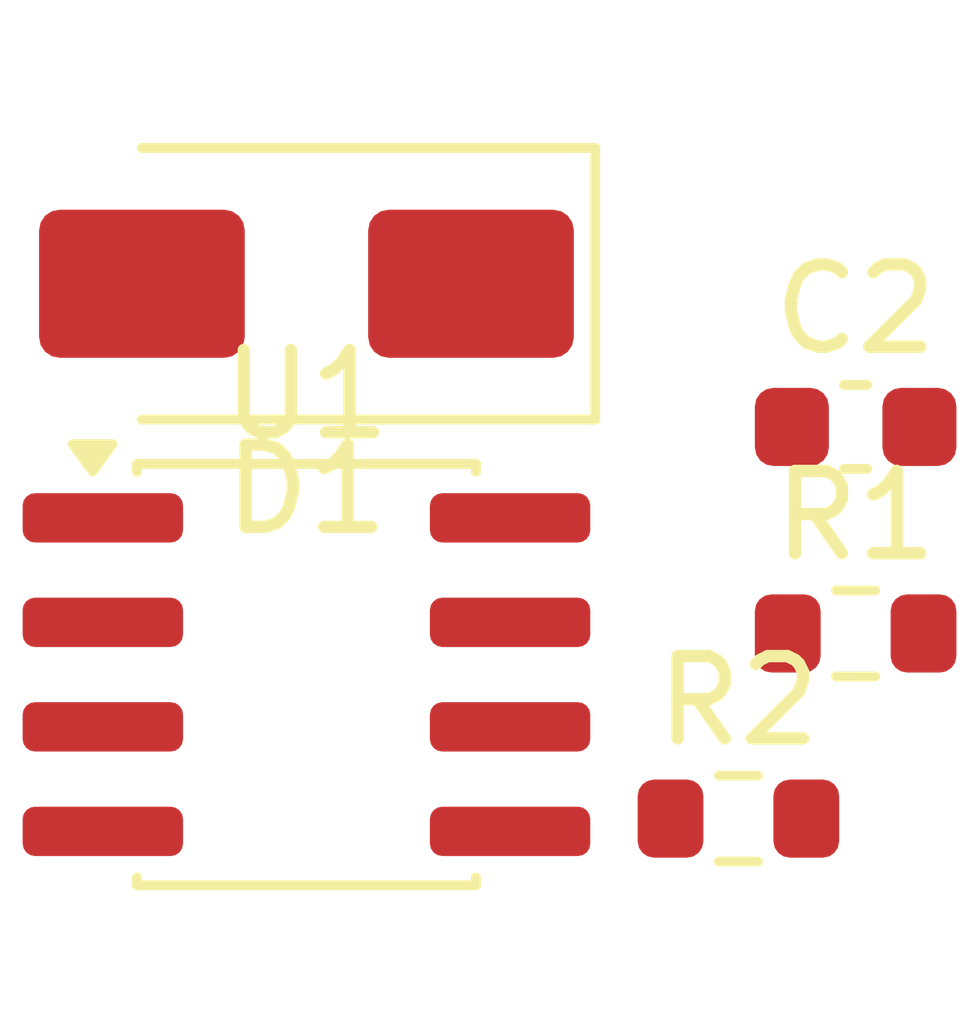
<source format=kicad_pcb>
(kicad_pcb (version 20241229) (generator "pcbnew") (generator_version "9.0")
  (layers (0 "F.Cu" signal) (2 "B.Cu" signal) (13 "F.Paste" user) (15 "B.Paste" user) (5 "F.SilkS" user "F.Silkscreen") (7 "B.SilkS" user "B.Silkscreen") (1 "F.Mask" user) (3 "B.Mask" user) (25 "Edge.Cuts" user))
  (net 0 "")
  (net 1 "+12V")
  (net 2 "Net-(D1-K)")
  (net 3 "/H-Bridge/OUT")
  (net 4 "Net-(U1-HO)")
  (net 5 "/H-Bridge/IN")
  (net 6 "GND")
  (net 7 "/H-Bridge/~{SD}")
  (net 8 "Net-(U1-LO)")
  (net 9 "Net-(Q1-PadG)")
  (net 10 "Net-(Q2-PadG)")
  (footprint "Package_SO:SOIC-8_3.9x4.9mm_P1.27mm" (layer "F.Cu") (at 160.5 121.5)
    (property "Reference" "U1" (at 0 -3.4 0) (layer "F.SilkS"))
    (property "Value" "IR2104")
    (fp_line (start -2.06 -2.56) (end 2.06 -2.56) (stroke (width 0.12)) (layer "F.SilkS"))
    (fp_line (start -2.06 -2.465) (end -2.06 -2.56) (stroke (width 0.12)) (layer "F.SilkS"))
    (fp_line (start -2.06 2.56) (end -2.06 2.465) (stroke (width 0.12)) (layer "F.SilkS"))
    (fp_line (start 2.06 -2.56) (end 2.06 -2.465) (stroke (width 0.12)) (layer "F.SilkS"))
    (fp_line (start 2.06 2.465) (end 2.06 2.56) (stroke (width 0.12)) (layer "F.SilkS"))
    (fp_line (start 2.06 2.56) (end -2.06 2.56) (stroke (width 0.12)) (layer "F.SilkS"))
    (fp_poly (pts (xy -2.6 -2.47) (xy -2.84 -2.8) (xy -2.36 -2.8)) (stroke (width 0.12)) (fill yes) (layer "F.SilkS"))
    (pad "1" smd roundrect (at -2.475 -1.905) (size 1.95 0.6) (layers "F.Cu" "F.Mask" "F.Paste") (net 1 "+12V"))
    (pad "2" smd roundrect (at -2.475 -0.635) (size 1.95 0.6) (layers "F.Cu" "F.Mask" "F.Paste") (net 5 "/H-Bridge/IN"))
    (pad "3" smd roundrect (at -2.475 0.635) (size 1.95 0.6) (layers "F.Cu" "F.Mask" "F.Paste") (net 7 "/H-Bridge/~{SD}"))
    (pad "4" smd roundrect (at -2.475 1.905) (size 1.95 0.6) (layers "F.Cu" "F.Mask" "F.Paste") (net 6 "GND"))
    (pad "5" smd roundrect (at 2.475 1.905) (size 1.95 0.6) (layers "F.Cu" "F.Mask" "F.Paste") (net 8 "Net-(U1-LO)"))
    (pad "6" smd roundrect (at 2.475 0.635) (size 1.95 0.6) (layers "F.Cu" "F.Mask" "F.Paste") (net 3 "/H-Bridge/OUT"))
    (pad "7" smd roundrect (at 2.475 -0.635) (size 1.95 0.6) (layers "F.Cu" "F.Mask" "F.Paste") (net 4 "Net-(U1-HO)"))
    (pad "8" smd roundrect (at 2.475 -1.905) (size 1.95 0.6) (layers "F.Cu" "F.Mask" "F.Paste") (net 2 "Net-(D1-K)"))
  )
  (footprint "Capacitor_SMD:C_0603_1608Metric" (layer "F.Cu") (at 167.175 118.49)
    (property "Reference" "C2" (at 0 -1.43 0) (layer "F.SilkS"))
    (property "Value" "C")
    (fp_line (start -0.14058 -0.51) (end 0.14058 -0.51) (stroke (width 0.12)) (layer "F.SilkS"))
    (fp_line (start -0.14058 0.51) (end 0.14058 0.51) (stroke (width 0.12)) (layer "F.SilkS"))
    (pad "1" smd roundrect (at -0.775 0) (size 0.9 0.95) (layers "F.Cu" "F.Mask" "F.Paste") (net 2 "Net-(D1-K)"))
    (pad "2" smd roundrect (at 0.775 0) (size 0.9 0.95) (layers "F.Cu" "F.Mask" "F.Paste") (net 3 "/H-Bridge/OUT"))
  )
  (footprint "Diode_SMD:D_SMA" (layer "F.Cu") (at 160.5 116.75 180)
    (property "Reference" "D1" (at 0 -2.5 0) (layer "F.SilkS"))
    (property "Value" "ES1D")
    (fp_line (start -3.51 1.65) (end 2 1.65) (stroke (width 0.12)) (layer "F.SilkS"))
    (fp_line (start -3.51 -1.65) (end 2 -1.65) (stroke (width 0.12)) (layer "F.SilkS"))
    (fp_line (start -3.51 -1.65) (end -3.51 1.65) (stroke (width 0.12)) (layer "F.SilkS"))
    (pad "1" smd roundrect (at -2 0 180) (size 2.5 1.8) (layers "F.Cu" "F.Mask" "F.Paste") (roundrect_rratio 0.1388888889) (net 2 "Net-(D1-K)"))
    (pad "2" smd roundrect (at 2 0 180) (size 2.5 1.8) (layers "F.Cu" "F.Mask" "F.Paste") (roundrect_rratio 0.1388888889) (net 1 "+12V"))
  )
  (footprint "Resistor_SMD:R_0603_1608Metric" (layer "F.Cu") (at 167.175 121)
    (property "Reference" "R1" (at 0 -1.43 0) (layer "F.SilkS"))
    (property "Value" "R")
    (fp_line (start -0.237258 -0.5225) (end 0.237258 -0.5225) (stroke (width 0.12)) (layer "F.SilkS"))
    (fp_line (start -0.237258 0.5225) (end 0.237258 0.5225) (stroke (width 0.12)) (layer "F.SilkS"))
    (pad "1" smd roundrect (at -0.825 0) (size 0.8 0.95) (layers "F.Cu" "F.Mask" "F.Paste") (net 4 "Net-(U1-HO)"))
    (pad "2" smd roundrect (at 0.825 0) (size 0.8 0.95) (layers "F.Cu" "F.Mask" "F.Paste") (net 9 "Net-(Q1-PadG)"))
  )
  (footprint "Resistor_SMD:R_0603_1608Metric" (layer "F.Cu") (at 165.75 123.25)
    (property "Reference" "R2" (at 0 -1.43 0) (layer "F.SilkS"))
    (property "Value" "R")
    (fp_line (start -0.237258 -0.5225) (end 0.237258 -0.5225) (stroke (width 0.12)) (layer "F.SilkS"))
    (fp_line (start -0.237258 0.5225) (end 0.237258 0.5225) (stroke (width 0.12)) (layer "F.SilkS"))
    (pad "1" smd roundrect (at -0.825 0) (size 0.8 0.95) (layers "F.Cu" "F.Mask" "F.Paste") (net 8 "Net-(U1-LO)"))
    (pad "2" smd roundrect (at 0.825 0) (size 0.8 0.95) (layers "F.Cu" "F.Mask" "F.Paste") (net 10 "Net-(Q2-PadG)"))
  )
)
</source>
